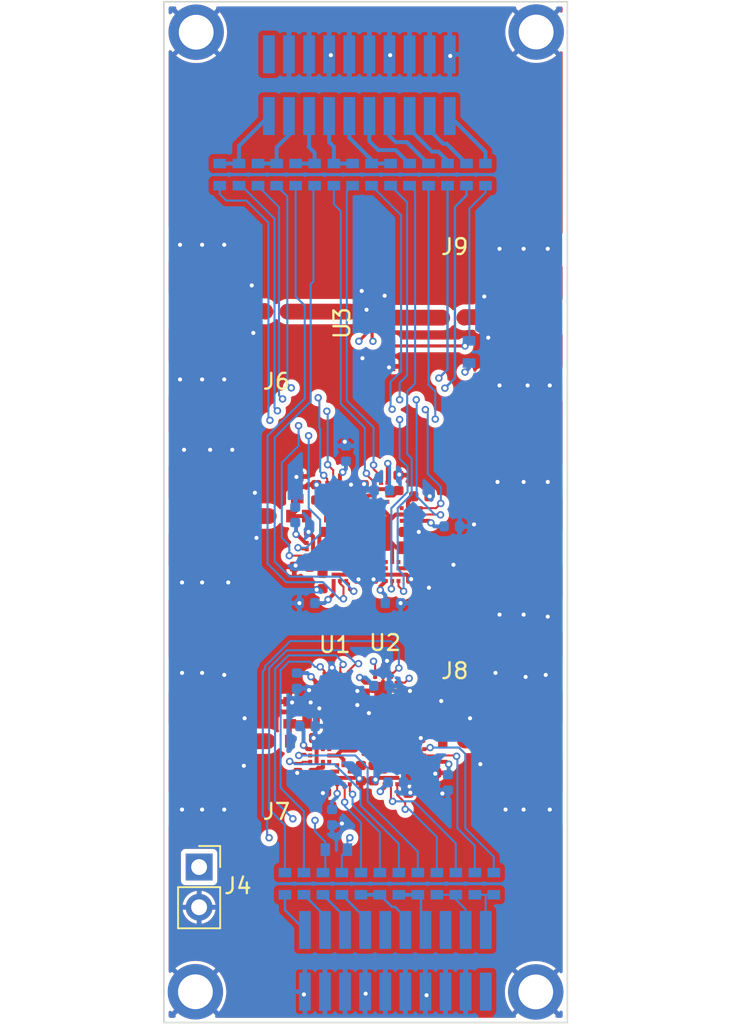
<source format=kicad_pcb>
(kicad_pcb (version 20211014) (generator pcbnew)

  (general
    (thickness 3.39)
  )

  (paper "A4")
  (layers
    (0 "F.Cu" mixed)
    (1 "In1.Cu" signal)
    (2 "In2.Cu" signal)
    (31 "B.Cu" mixed)
    (36 "B.SilkS" user "B.Silkscreen")
    (37 "F.SilkS" user "F.Silkscreen")
    (38 "B.Mask" user)
    (39 "F.Mask" user)
    (44 "Edge.Cuts" user)
    (45 "Margin" user)
    (46 "B.CrtYd" user "B.Courtyard")
    (47 "F.CrtYd" user "F.Courtyard")
    (48 "B.Fab" user)
    (49 "F.Fab" user)
  )

  (setup
    (stackup
      (layer "F.SilkS" (type "Top Silk Screen"))
      (layer "F.Mask" (type "Top Solder Mask") (thickness 0.01))
      (layer "F.Cu" (type "copper") (thickness 0.035))
      (layer "dielectric 1" (type "core") (thickness 0.21) (material "FR4") (epsilon_r 4.5) (loss_tangent 0.02))
      (layer "In1.Cu" (type "copper") (thickness 0.035))
      (layer "dielectric 2" (type "prepreg") (thickness 1.51) (material "FR4") (epsilon_r 4.5) (loss_tangent 0.02))
      (layer "In2.Cu" (type "copper") (thickness 0.035))
      (layer "dielectric 3" (type "core") (thickness 1.51) (material "FR4") (epsilon_r 4.5) (loss_tangent 0.02))
      (layer "B.Cu" (type "copper") (thickness 0.035))
      (layer "B.Mask" (type "Bottom Solder Mask") (thickness 0.01))
      (layer "B.SilkS" (type "Bottom Silk Screen"))
      (copper_finish "None")
      (dielectric_constraints no)
    )
    (pad_to_mask_clearance 0)
    (aux_axis_origin 58 77)
    (pcbplotparams
      (layerselection 0x00030f0_ffffffff)
      (disableapertmacros false)
      (usegerberextensions false)
      (usegerberattributes true)
      (usegerberadvancedattributes true)
      (creategerberjobfile true)
      (svguseinch false)
      (svgprecision 6)
      (excludeedgelayer true)
      (plotframeref false)
      (viasonmask false)
      (mode 1)
      (useauxorigin false)
      (hpglpennumber 1)
      (hpglpenspeed 20)
      (hpglpendiameter 15.000000)
      (dxfpolygonmode true)
      (dxfimperialunits true)
      (dxfusepcbnewfont true)
      (psnegative false)
      (psa4output false)
      (plotreference true)
      (plotvalue true)
      (plotinvisibletext false)
      (sketchpadsonfab false)
      (subtractmaskfromsilk false)
      (outputformat 1)
      (mirror false)
      (drillshape 0)
      (scaleselection 1)
      (outputdirectory "plot/")
    )
  )

  (net 0 "")
  (net 1 "Net-(C3-Pad1)")
  (net 2 "Net-(C4-Pad1)")
  (net 3 "Net-(C8-Pad1)")
  (net 4 "Net-(C9-Pad1)")
  (net 5 "Net-(C10-Pad1)")
  (net 6 "Net-(C11-Pad1)")
  (net 7 "Net-(C12-Pad1)")
  (net 8 "Net-(C16-Pad1)")
  (net 9 "Net-(C17-Pad1)")
  (net 10 "Net-(C18-Pad1)")
  (net 11 "Net-(C19-Pad1)")
  (net 12 "Net-(C20-Pad1)")
  (net 13 "Net-(C25-Pad1)")
  (net 14 "Net-(C26-Pad1)")
  (net 15 "Net-(C28-Pad1)")
  (net 16 "Net-(C29-Pad1)")
  (net 17 "Net-(C34-Pad1)")
  (net 18 "Net-(C1-Pad1)")
  (net 19 "GND")
  (net 20 "Net-(C35-Pad1)")
  (net 21 "Net-(J3-Pad1)")
  (net 22 "Net-(L1-Pad2)")
  (net 23 "Net-(L5-Pad2)")
  (net 24 "Net-(C2-Pad1)")
  (net 25 "Net-(J1-Pad2)")
  (net 26 "Net-(J1-Pad4)")
  (net 27 "Net-(J1-Pad6)")
  (net 28 "Net-(J1-Pad8)")
  (net 29 "Net-(J1-Pad10)")
  (net 30 "Net-(J1-Pad12)")
  (net 31 "Net-(J1-Pad14)")
  (net 32 "Net-(J1-Pad16)")
  (net 33 "Net-(J1-Pad18)")
  (net 34 "/RFA")
  (net 35 "/RFB")
  (net 36 "unconnected-(UA1-Pad1)")
  (net 37 "/SA11")
  (net 38 "/SA12")
  (net 39 "unconnected-(UA1-Pad9)")
  (net 40 "unconnected-(UA2-Pad1)")
  (net 41 "/SA21")
  (net 42 "/SA22")
  (net 43 "unconnected-(UA2-Pad9)")
  (net 44 "unconnected-(UA3-Pad1)")
  (net 45 "/SA31")
  (net 46 "/SA32")
  (net 47 "unconnected-(UA3-Pad9)")
  (net 48 "unconnected-(UB1-Pad1)")
  (net 49 "/SB11")
  (net 50 "/SB12")
  (net 51 "unconnected-(UB1-Pad9)")
  (net 52 "unconnected-(UB2-Pad1)")
  (net 53 "/SB21")
  (net 54 "/SB22")
  (net 55 "unconnected-(UB2-Pad9)")
  (net 56 "unconnected-(UB3-Pad1)")
  (net 57 "/SB31")
  (net 58 "/SB32")
  (net 59 "unconnected-(UB3-Pad9)")
  (net 60 "+2V8")
  (net 61 "Net-(J1-Pad20)")
  (net 62 "Net-(J2-Pad1)")
  (net 63 "Net-(J5-Pad8)")
  (net 64 "Net-(J5-Pad10)")
  (net 65 "Net-(J5-Pad14)")
  (net 66 "Net-(J5-Pad16)")
  (net 67 "Net-(J5-Pad18)")
  (net 68 "Net-(J5-Pad20)")
  (net 69 "Net-(J7-Pad1)")
  (net 70 "Net-(J8-Pad1)")
  (net 71 "Net-(L10-Pad1)")
  (net 72 "/Sheet62150083/RFA")
  (net 73 "/Sheet62150083/RFB")
  (net 74 "Net-(L12-Pad2)")
  (net 75 "Net-(C27-Pad2)")
  (net 76 "/VCC_LNA")
  (net 77 "Net-(C33-Pad1)")
  (net 78 "/Sheet62150083/SB22")
  (net 79 "/Sheet62150083/SB21")
  (net 80 "/Sheet62150083/SA22")
  (net 81 "/Sheet62150083/SA21")
  (net 82 "/Sheet62150083/SB12")
  (net 83 "/Sheet62150083/SB11")
  (net 84 "/Sheet62150083/SA12")
  (net 85 "/Sheet62150083/SA11")
  (net 86 "unconnected-(UA4-Pad1)")
  (net 87 "unconnected-(UA4-Pad9)")
  (net 88 "unconnected-(UA5-Pad1)")
  (net 89 "unconnected-(UA5-Pad9)")
  (net 90 "unconnected-(UB4-Pad1)")
  (net 91 "unconnected-(UB4-Pad9)")
  (net 92 "unconnected-(UB5-Pad1)")
  (net 93 "unconnected-(UB5-Pad9)")
  (net 94 "/Sheet62150083/SEN1")
  (net 95 "/Sheet62150083/SEN2")
  (net 96 "/Sheet62150083/SCLK")
  (net 97 "/Sheet62150083/SDAT")
  (net 98 "unconnected-(J5-Pad12)")
  (net 99 "Net-(C27-Pad1)")
  (net 100 "Net-(C33-Pad2)")
  (net 101 "Net-(J5-Pad2)")
  (net 102 "Net-(J5-Pad4)")
  (net 103 "unconnected-(J5-Pad6)")
  (net 104 "/GS_LNA")
  (net 105 "/PAON_LNA")
  (net 106 "unconnected-(J1-Pad1)")
  (net 107 "unconnected-(J5-Pad1)")

  (footprint "b_all:BGSA11_10PIN_P4_1P5X1P1" (layer "F.Cu") (at 101.375 129.774 180))

  (footprint "b_all:C603" (layer "F.Cu") (at 96.075 129.474 90))

  (footprint "b_all:BGSA11_10PIN_P4_1P5X1P1" (layer "F.Cu") (at 103.275 131.174 90))

  (footprint "b_all:SMA_Edge_062" (layer "F.Cu") (at 90.7 131.274 90))

  (footprint "b_all:BGSA11_10PIN_P4_1P5X1P1" (layer "F.Cu") (at 98.375 129.774 180))

  (footprint "b_all:SMA_Edge_062" (layer "F.Cu") (at 110.093 118.703 -90))

  (footprint "b_all:MHole_2.2mm_TopBottom" (layer "F.Cu") (at 111.15 161.34))

  (footprint "b_all:QFN-12-1EP_2x2mm_P0.5mm_EP1.1x1.1mm" (layer "F.Cu") (at 101.5 142.3 -90))

  (footprint "b_all:C402" (layer "F.Cu") (at 102.475 129.174 90))

  (footprint "b_all:C603" (layer "F.Cu") (at 105.775 133.274))

  (footprint "b_all:C402" (layer "F.Cu") (at 97.275 132.274 180))

  (footprint "b_all:C402" (layer "F.Cu") (at 100.275 129.774 90))

  (footprint "b_all:C603" (layer "F.Cu") (at 94.975 131.274))

  (footprint "b_all:MHole_2.2mm_TopBottom" (layer "F.Cu") (at 111.18 100.69))

  (footprint "b_all:TSNP-6-2_1.1x0.7mm_P0.4mm" (layer "F.Cu") (at 100.607 119.084 90))

  (footprint "b_all:BGSA11_10PIN_P4_1P5X1P1" (layer "F.Cu") (at 98.775 134.774))

  (footprint "b_all:BGSA11_10PIN_P4_1P5X1P1" (layer "F.Cu") (at 102 147.615))

  (footprint "b_all:C402" (layer "F.Cu") (at 100.1 147.515 -90))

  (footprint "b_all:C402" (layer "F.Cu") (at 103.925 130.024))

  (footprint "b_all:C603" (layer "F.Cu") (at 104.375 135.074 -90))

  (footprint "b_all:BGSA11_10PIN_P4_1P5X1P1" (layer "F.Cu") (at 103.5 146.4 90))

  (footprint "b_all:SMA_Edge_062" (layer "F.Cu") (at 90.7 145.5 90))

  (footprint "b_all:C603" (layer "F.Cu") (at 95.6 143.7 90))

  (footprint "b_all:MHole_2.2mm_TopBottom" (layer "F.Cu") (at 89.69 100.7))

  (footprint "b_all:C402" (layer "F.Cu") (at 103.275 134.774 -90))

  (footprint "b_all:C603" (layer "F.Cu") (at 103.4 144.3))

  (footprint "b_all:C402" (layer "F.Cu") (at 99.975 134.774 -90))

  (footprint "b_all:C402" (layer "F.Cu") (at 96.6 147.5 180))

  (footprint "b_all:C603" (layer "F.Cu") (at 97.375 131.274))

  (footprint "b_all:C603" (layer "F.Cu") (at 103.375 133.274))

  (footprint "Connector_PinSocket_2.54mm:PinSocket_1x02_P2.54mm_Vertical" (layer "F.Cu") (at 89.875 153.45))

  (footprint "b_all:C402" (layer "F.Cu") (at 103.275 132.274))

  (footprint "b_all:C402" (layer "F.Cu") (at 100.875 134.774 -90))

  (footprint "b_all:C402" (layer "F.Cu") (at 97.675 135.374 -90))

  (footprint "b_all:C402" (layer "F.Cu") (at 97.9 148.235 -90))

  (footprint "b_all:C603" (layer "F.Cu") (at 105.941 118.736))

  (footprint "b_all:L1008_2520Metric" (layer "F.Cu") (at 100.375 132.374))

  (footprint "b_all:C402" (layer "F.Cu") (at 97.275 129.774 90))

  (footprint "b_all:C603" (layer "F.Cu") (at 94.907 145.5))

  (footprint "b_all:C402" (layer "F.Cu") (at 96.375 134.474 180))

  (footprint "b_all:C603" (layer "F.Cu") (at 101.877 121.116 -90))

  (footprint "b_all:QFN-12-1EP_2x2mm_P0.5mm_EP1.1x1.1mm" (layer "F.Cu") (at 98.3 142.3 -90))

  (footprint "b_all:C402" (layer "F.Cu") (at 100.9 147.515 -90))

  (footprint "b_all:BGSA11_10PIN_P4_1P5X1P1" (layer "F.Cu") (at 99 147.615))

  (footprint "b_all:C402" (layer "F.Cu") (at 103.4 145.3))

  (footprint "b_all:C603" (layer "F.Cu") (at 94.765 118.355))

  (footprint "b_all:BGSA11_10PIN_P4_1P5X1P1" (layer "F.Cu") (at 102.075 134.774))

  (footprint "b_all:SMA_Edge_062" (layer "F.Cu") (at 110.093 133.274 -90))

  (footprint "b_all:L1008_2520Metric" (layer "F.Cu") (at 100.4 145.115))

  (footprint "b_all:C402" (layer "F.Cu") (at 103.1 148.3 -90))

  (footprint "b_all:BGSA11_10PIN_P4_1P5X1P1" (layer "F.Cu") (at 97.275 133.374 -90))

  (footprint "b_all:C402" (layer "F.Cu") (at 99.475 129.774 90))

  (footprint "b_all:C402" (layer "F.Cu") (at 97.6 145.3 180))

  (footprint "b_all:C603" (layer "F.Cu") (at 105.2 143.7 90))

  (footprint "b_all:MHole_2.2mm_TopBottom" (layer "F.Cu") (at 89.64 161.33))

  (footprint "b_all:SMA_Edge_062" (layer "F.Cu") (at 110.1 145.5 -90))

  (footprint "b_all:C603" (layer "F.Cu") (at 105.975 145.45))

  (footprint "b_all:C402" (layer "F.Cu") (at 104.4 147.5))

  (footprint "b_all:C603" (layer "F.Cu")
    (tedit 61F315EC) (tstamp f99e28e0-b778-4f3a-82df-4edad738dbca)
... [822421 chars truncated]
</source>
